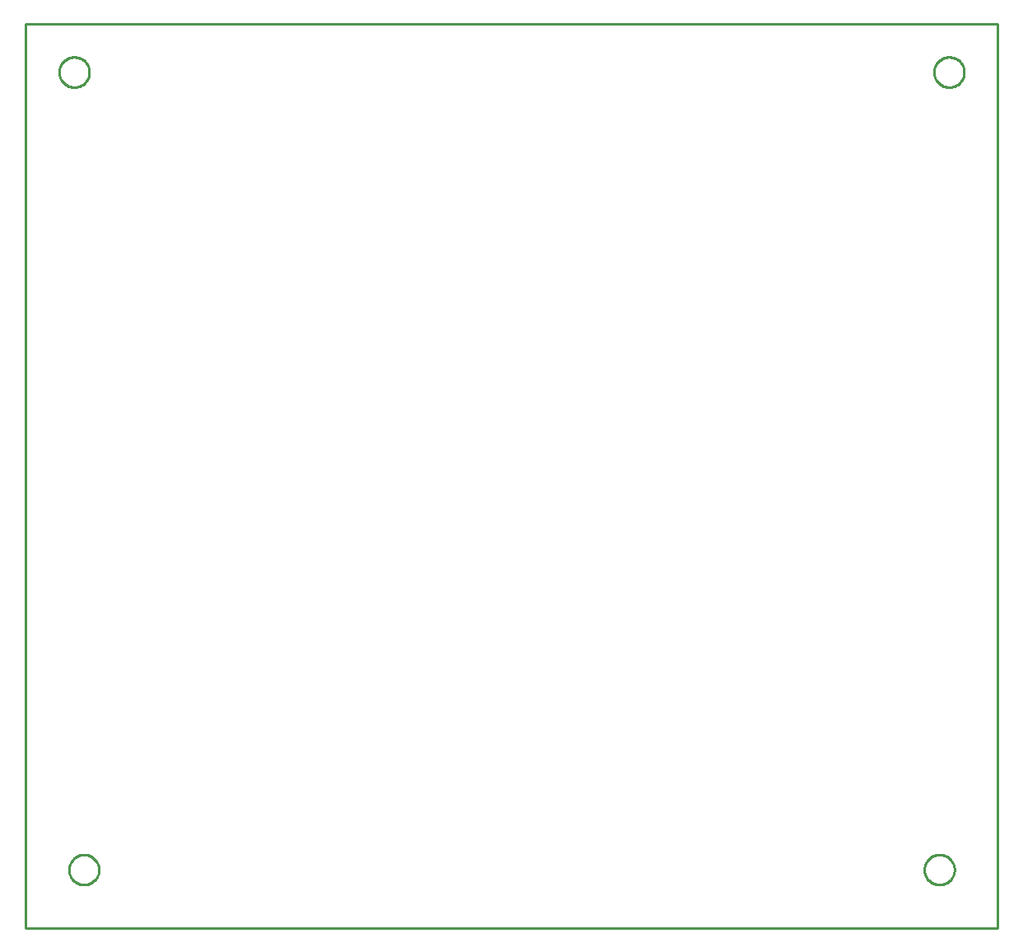
<source format=gko>
G04 EAGLE Gerber RS-274X export*
G75*
%MOMM*%
%FSLAX34Y34*%
%LPD*%
%IN*%
%IPPOS*%
%AMOC8*
5,1,8,0,0,1.08239X$1,22.5*%
G01*
%ADD10C,0.254000*%


D10*
X0Y0D02*
X1000000Y0D01*
X1000000Y930000D01*
X0Y930000D01*
X0Y0D01*
X75500Y59446D02*
X75421Y58342D01*
X75263Y57246D01*
X75028Y56164D01*
X74716Y55102D01*
X74329Y54065D01*
X73869Y53058D01*
X73339Y52086D01*
X72740Y51154D01*
X72077Y50268D01*
X71352Y49431D01*
X70569Y48648D01*
X69732Y47923D01*
X68846Y47260D01*
X67914Y46661D01*
X66943Y46131D01*
X65935Y45671D01*
X64898Y45284D01*
X63836Y44972D01*
X62754Y44737D01*
X61658Y44579D01*
X60554Y44500D01*
X59446Y44500D01*
X58342Y44579D01*
X57246Y44737D01*
X56164Y44972D01*
X55102Y45284D01*
X54065Y45671D01*
X53058Y46131D01*
X52086Y46661D01*
X51154Y47260D01*
X50268Y47923D01*
X49431Y48648D01*
X48648Y49431D01*
X47923Y50268D01*
X47260Y51154D01*
X46661Y52086D01*
X46131Y53058D01*
X45671Y54065D01*
X45284Y55102D01*
X44972Y56164D01*
X44737Y57246D01*
X44579Y58342D01*
X44500Y59446D01*
X44500Y60554D01*
X44579Y61658D01*
X44737Y62754D01*
X44972Y63836D01*
X45284Y64898D01*
X45671Y65935D01*
X46131Y66943D01*
X46661Y67914D01*
X47260Y68846D01*
X47923Y69732D01*
X48648Y70569D01*
X49431Y71352D01*
X50268Y72077D01*
X51154Y72740D01*
X52086Y73339D01*
X53058Y73869D01*
X54065Y74329D01*
X55102Y74716D01*
X56164Y75028D01*
X57246Y75263D01*
X58342Y75421D01*
X59446Y75500D01*
X60554Y75500D01*
X61658Y75421D01*
X62754Y75263D01*
X63836Y75028D01*
X64898Y74716D01*
X65935Y74329D01*
X66943Y73869D01*
X67914Y73339D01*
X68846Y72740D01*
X69732Y72077D01*
X70569Y71352D01*
X71352Y70569D01*
X72077Y69732D01*
X72740Y68846D01*
X73339Y67914D01*
X73869Y66943D01*
X74329Y65935D01*
X74716Y64898D01*
X75028Y63836D01*
X75263Y62754D01*
X75421Y61658D01*
X75500Y60554D01*
X75500Y59446D01*
X65500Y879446D02*
X65421Y878342D01*
X65263Y877246D01*
X65028Y876164D01*
X64716Y875102D01*
X64329Y874065D01*
X63869Y873058D01*
X63339Y872086D01*
X62740Y871154D01*
X62077Y870268D01*
X61352Y869431D01*
X60569Y868648D01*
X59732Y867923D01*
X58846Y867260D01*
X57914Y866661D01*
X56943Y866131D01*
X55935Y865671D01*
X54898Y865284D01*
X53836Y864972D01*
X52754Y864737D01*
X51658Y864579D01*
X50554Y864500D01*
X49446Y864500D01*
X48342Y864579D01*
X47246Y864737D01*
X46164Y864972D01*
X45102Y865284D01*
X44065Y865671D01*
X43058Y866131D01*
X42086Y866661D01*
X41154Y867260D01*
X40268Y867923D01*
X39431Y868648D01*
X38648Y869431D01*
X37923Y870268D01*
X37260Y871154D01*
X36661Y872086D01*
X36131Y873058D01*
X35671Y874065D01*
X35284Y875102D01*
X34972Y876164D01*
X34737Y877246D01*
X34579Y878342D01*
X34500Y879446D01*
X34500Y880554D01*
X34579Y881658D01*
X34737Y882754D01*
X34972Y883836D01*
X35284Y884898D01*
X35671Y885935D01*
X36131Y886943D01*
X36661Y887914D01*
X37260Y888846D01*
X37923Y889732D01*
X38648Y890569D01*
X39431Y891352D01*
X40268Y892077D01*
X41154Y892740D01*
X42086Y893339D01*
X43058Y893869D01*
X44065Y894329D01*
X45102Y894716D01*
X46164Y895028D01*
X47246Y895263D01*
X48342Y895421D01*
X49446Y895500D01*
X50554Y895500D01*
X51658Y895421D01*
X52754Y895263D01*
X53836Y895028D01*
X54898Y894716D01*
X55935Y894329D01*
X56943Y893869D01*
X57914Y893339D01*
X58846Y892740D01*
X59732Y892077D01*
X60569Y891352D01*
X61352Y890569D01*
X62077Y889732D01*
X62740Y888846D01*
X63339Y887914D01*
X63869Y886943D01*
X64329Y885935D01*
X64716Y884898D01*
X65028Y883836D01*
X65263Y882754D01*
X65421Y881658D01*
X65500Y880554D01*
X65500Y879446D01*
X965500Y879446D02*
X965421Y878342D01*
X965263Y877246D01*
X965028Y876164D01*
X964716Y875102D01*
X964329Y874065D01*
X963869Y873058D01*
X963339Y872086D01*
X962740Y871154D01*
X962077Y870268D01*
X961352Y869431D01*
X960569Y868648D01*
X959732Y867923D01*
X958846Y867260D01*
X957914Y866661D01*
X956943Y866131D01*
X955935Y865671D01*
X954898Y865284D01*
X953836Y864972D01*
X952754Y864737D01*
X951658Y864579D01*
X950554Y864500D01*
X949446Y864500D01*
X948342Y864579D01*
X947246Y864737D01*
X946164Y864972D01*
X945102Y865284D01*
X944065Y865671D01*
X943058Y866131D01*
X942086Y866661D01*
X941154Y867260D01*
X940268Y867923D01*
X939431Y868648D01*
X938648Y869431D01*
X937923Y870268D01*
X937260Y871154D01*
X936661Y872086D01*
X936131Y873058D01*
X935671Y874065D01*
X935284Y875102D01*
X934972Y876164D01*
X934737Y877246D01*
X934579Y878342D01*
X934500Y879446D01*
X934500Y880554D01*
X934579Y881658D01*
X934737Y882754D01*
X934972Y883836D01*
X935284Y884898D01*
X935671Y885935D01*
X936131Y886943D01*
X936661Y887914D01*
X937260Y888846D01*
X937923Y889732D01*
X938648Y890569D01*
X939431Y891352D01*
X940268Y892077D01*
X941154Y892740D01*
X942086Y893339D01*
X943058Y893869D01*
X944065Y894329D01*
X945102Y894716D01*
X946164Y895028D01*
X947246Y895263D01*
X948342Y895421D01*
X949446Y895500D01*
X950554Y895500D01*
X951658Y895421D01*
X952754Y895263D01*
X953836Y895028D01*
X954898Y894716D01*
X955935Y894329D01*
X956943Y893869D01*
X957914Y893339D01*
X958846Y892740D01*
X959732Y892077D01*
X960569Y891352D01*
X961352Y890569D01*
X962077Y889732D01*
X962740Y888846D01*
X963339Y887914D01*
X963869Y886943D01*
X964329Y885935D01*
X964716Y884898D01*
X965028Y883836D01*
X965263Y882754D01*
X965421Y881658D01*
X965500Y880554D01*
X965500Y879446D01*
X955500Y59446D02*
X955421Y58342D01*
X955263Y57246D01*
X955028Y56164D01*
X954716Y55102D01*
X954329Y54065D01*
X953869Y53058D01*
X953339Y52086D01*
X952740Y51154D01*
X952077Y50268D01*
X951352Y49431D01*
X950569Y48648D01*
X949732Y47923D01*
X948846Y47260D01*
X947914Y46661D01*
X946943Y46131D01*
X945935Y45671D01*
X944898Y45284D01*
X943836Y44972D01*
X942754Y44737D01*
X941658Y44579D01*
X940554Y44500D01*
X939446Y44500D01*
X938342Y44579D01*
X937246Y44737D01*
X936164Y44972D01*
X935102Y45284D01*
X934065Y45671D01*
X933058Y46131D01*
X932086Y46661D01*
X931154Y47260D01*
X930268Y47923D01*
X929431Y48648D01*
X928648Y49431D01*
X927923Y50268D01*
X927260Y51154D01*
X926661Y52086D01*
X926131Y53058D01*
X925671Y54065D01*
X925284Y55102D01*
X924972Y56164D01*
X924737Y57246D01*
X924579Y58342D01*
X924500Y59446D01*
X924500Y60554D01*
X924579Y61658D01*
X924737Y62754D01*
X924972Y63836D01*
X925284Y64898D01*
X925671Y65935D01*
X926131Y66943D01*
X926661Y67914D01*
X927260Y68846D01*
X927923Y69732D01*
X928648Y70569D01*
X929431Y71352D01*
X930268Y72077D01*
X931154Y72740D01*
X932086Y73339D01*
X933058Y73869D01*
X934065Y74329D01*
X935102Y74716D01*
X936164Y75028D01*
X937246Y75263D01*
X938342Y75421D01*
X939446Y75500D01*
X940554Y75500D01*
X941658Y75421D01*
X942754Y75263D01*
X943836Y75028D01*
X944898Y74716D01*
X945935Y74329D01*
X946943Y73869D01*
X947914Y73339D01*
X948846Y72740D01*
X949732Y72077D01*
X950569Y71352D01*
X951352Y70569D01*
X952077Y69732D01*
X952740Y68846D01*
X953339Y67914D01*
X953869Y66943D01*
X954329Y65935D01*
X954716Y64898D01*
X955028Y63836D01*
X955263Y62754D01*
X955421Y61658D01*
X955500Y60554D01*
X955500Y59446D01*
M02*

</source>
